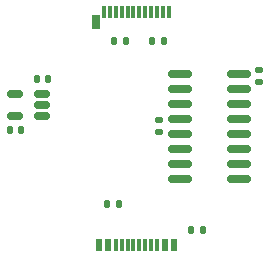
<source format=gbr>
%TF.GenerationSoftware,KiCad,Pcbnew,8.0.3*%
%TF.CreationDate,2024-07-13T10:44:47+10:00*%
%TF.ProjectId,EC Debug,45432044-6562-4756-972e-6b696361645f,rev?*%
%TF.SameCoordinates,Original*%
%TF.FileFunction,Paste,Top*%
%TF.FilePolarity,Positive*%
%FSLAX46Y46*%
G04 Gerber Fmt 4.6, Leading zero omitted, Abs format (unit mm)*
G04 Created by KiCad (PCBNEW 8.0.3) date 2024-07-13 10:44:47*
%MOMM*%
%LPD*%
G01*
G04 APERTURE LIST*
G04 Aperture macros list*
%AMRoundRect*
0 Rectangle with rounded corners*
0 $1 Rounding radius*
0 $2 $3 $4 $5 $6 $7 $8 $9 X,Y pos of 4 corners*
0 Add a 4 corners polygon primitive as box body*
4,1,4,$2,$3,$4,$5,$6,$7,$8,$9,$2,$3,0*
0 Add four circle primitives for the rounded corners*
1,1,$1+$1,$2,$3*
1,1,$1+$1,$4,$5*
1,1,$1+$1,$6,$7*
1,1,$1+$1,$8,$9*
0 Add four rect primitives between the rounded corners*
20,1,$1+$1,$2,$3,$4,$5,0*
20,1,$1+$1,$4,$5,$6,$7,0*
20,1,$1+$1,$6,$7,$8,$9,0*
20,1,$1+$1,$8,$9,$2,$3,0*%
G04 Aperture macros list end*
%ADD10R,0.600000X1.100000*%
%ADD11R,0.300000X1.100000*%
%ADD12RoundRect,0.135000X-0.135000X-0.185000X0.135000X-0.185000X0.135000X0.185000X-0.135000X0.185000X0*%
%ADD13RoundRect,0.140000X-0.170000X0.140000X-0.170000X-0.140000X0.170000X-0.140000X0.170000X0.140000X0*%
%ADD14R,0.300000X1.000000*%
%ADD15R,0.700000X1.150000*%
%ADD16RoundRect,0.135000X0.135000X0.185000X-0.135000X0.185000X-0.135000X-0.185000X0.135000X-0.185000X0*%
%ADD17RoundRect,0.150000X0.512500X0.150000X-0.512500X0.150000X-0.512500X-0.150000X0.512500X-0.150000X0*%
%ADD18RoundRect,0.140000X0.140000X0.170000X-0.140000X0.170000X-0.140000X-0.170000X0.140000X-0.170000X0*%
%ADD19RoundRect,0.140000X-0.140000X-0.170000X0.140000X-0.170000X0.140000X0.170000X-0.140000X0.170000X0*%
%ADD20RoundRect,0.150000X-0.825000X-0.150000X0.825000X-0.150000X0.825000X0.150000X-0.825000X0.150000X0*%
G04 APERTURE END LIST*
D10*
%TO.C,J2*%
X21800000Y23050000D03*
X22600000Y23050000D03*
D11*
X23750000Y23050000D03*
X24750000Y23050000D03*
X25250000Y23050000D03*
X26250000Y23050000D03*
D10*
X28200000Y23050000D03*
X27400000Y23050000D03*
D11*
X26750000Y23050000D03*
X25750000Y23050000D03*
X24250000Y23050000D03*
X23250000Y23050000D03*
%TD*%
D12*
%TO.C,R4*%
X23110000Y40330000D03*
X24130000Y40330000D03*
%TD*%
D13*
%TO.C,C2*%
X35335000Y37865000D03*
X35335000Y36905000D03*
%TD*%
D14*
%TO.C,P1*%
X22250000Y42780000D03*
X22750000Y42780000D03*
X23250000Y42780000D03*
X23750000Y42780000D03*
X24250000Y42780000D03*
X24750000Y42780000D03*
X25250000Y42780000D03*
X25750000Y42780000D03*
X26250000Y42780000D03*
X26750000Y42780000D03*
X27250000Y42780000D03*
X27750000Y42780000D03*
D15*
X21580000Y41940000D03*
%TD*%
D12*
%TO.C,R1*%
X22520000Y26550000D03*
X23540000Y26550000D03*
%TD*%
D16*
%TO.C,R3*%
X27300000Y40330000D03*
X26280000Y40330000D03*
%TD*%
D13*
%TO.C,C4*%
X26920000Y33640000D03*
X26920000Y32680000D03*
%TD*%
D17*
%TO.C,U1*%
X17027500Y34000000D03*
X17027500Y34950000D03*
X17027500Y35900000D03*
X14752500Y35900000D03*
X14752500Y34000000D03*
%TD*%
D18*
%TO.C,C1*%
X17510000Y37110000D03*
X16550000Y37110000D03*
%TD*%
D19*
%TO.C,C3*%
X14270000Y32790000D03*
X15230000Y32790000D03*
%TD*%
D20*
%TO.C,U2*%
X28700000Y37540000D03*
X28700000Y36270000D03*
X28700000Y35000000D03*
X28700000Y33730000D03*
X28700000Y32460000D03*
X28700000Y31190000D03*
X28700000Y29920000D03*
X28700000Y28650000D03*
X33650000Y28650000D03*
X33650000Y29920000D03*
X33650000Y31190000D03*
X33650000Y32460000D03*
X33650000Y33730000D03*
X33650000Y35000000D03*
X33650000Y36270000D03*
X33650000Y37540000D03*
%TD*%
D16*
%TO.C,R2*%
X30620000Y24380000D03*
X29600000Y24380000D03*
%TD*%
M02*

</source>
